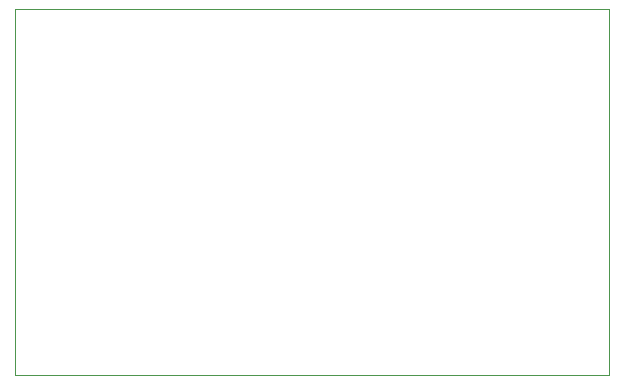
<source format=gbr>
%TF.GenerationSoftware,KiCad,Pcbnew,(5.1.10)-1*%
%TF.CreationDate,2021-12-07T16:49:30+08:00*%
%TF.ProjectId,TomatoClock,546f6d61-746f-4436-9c6f-636b2e6b6963,rev?*%
%TF.SameCoordinates,Original*%
%TF.FileFunction,Profile,NP*%
%FSLAX46Y46*%
G04 Gerber Fmt 4.6, Leading zero omitted, Abs format (unit mm)*
G04 Created by KiCad (PCBNEW (5.1.10)-1) date 2021-12-07 16:49:30*
%MOMM*%
%LPD*%
G01*
G04 APERTURE LIST*
%TA.AperFunction,Profile*%
%ADD10C,0.100000*%
%TD*%
G04 APERTURE END LIST*
D10*
X0Y0D02*
X50292000Y0D01*
X0Y30988000D02*
X0Y0D01*
X50292000Y30988000D02*
X0Y30988000D01*
X50292000Y0D02*
X50292000Y30988000D01*
M02*

</source>
